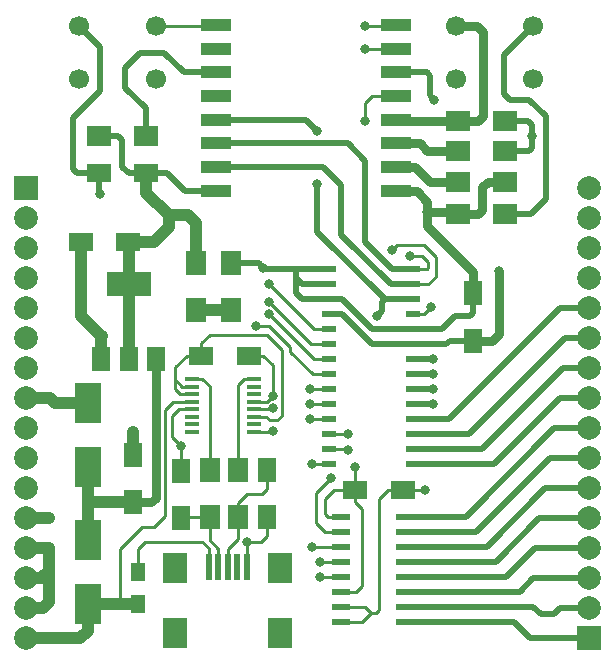
<source format=gtl>
G04 #@! TF.GenerationSoftware,KiCad,Pcbnew,(5.0.0)*
G04 #@! TF.CreationDate,2018-10-02T15:53:08+08:00*
G04 #@! TF.ProjectId,Clouduino Stratus v1.0,436C6F756475696E6F20537472617475,rev?*
G04 #@! TF.SameCoordinates,Original*
G04 #@! TF.FileFunction,Copper,L1,Top,Signal*
G04 #@! TF.FilePolarity,Positive*
%FSLAX46Y46*%
G04 Gerber Fmt 4.6, Leading zero omitted, Abs format (unit mm)*
G04 Created by KiCad (PCBNEW (5.0.0)) date 10/02/18 15:53:08*
%MOMM*%
%LPD*%
G01*
G04 APERTURE LIST*
G04 #@! TA.AperFunction,SMDPad,CuDef*
%ADD10R,2.500000X1.000000*%
G04 #@! TD*
G04 #@! TA.AperFunction,SMDPad,CuDef*
%ADD11R,1.500000X0.600000*%
G04 #@! TD*
G04 #@! TA.AperFunction,SMDPad,CuDef*
%ADD12R,1.600000X2.000000*%
G04 #@! TD*
G04 #@! TA.AperFunction,SMDPad,CuDef*
%ADD13R,2.000000X1.600000*%
G04 #@! TD*
G04 #@! TA.AperFunction,SMDPad,CuDef*
%ADD14R,2.300000X3.500000*%
G04 #@! TD*
G04 #@! TA.AperFunction,SMDPad,CuDef*
%ADD15R,1.700000X2.000000*%
G04 #@! TD*
G04 #@! TA.AperFunction,SMDPad,CuDef*
%ADD16R,2.000000X2.500000*%
G04 #@! TD*
G04 #@! TA.AperFunction,SMDPad,CuDef*
%ADD17R,0.500000X2.300000*%
G04 #@! TD*
G04 #@! TA.AperFunction,SMDPad,CuDef*
%ADD18R,1.300000X1.500000*%
G04 #@! TD*
G04 #@! TA.AperFunction,SMDPad,CuDef*
%ADD19R,2.000000X1.700000*%
G04 #@! TD*
G04 #@! TA.AperFunction,ComponentPad*
%ADD20C,1.700000*%
G04 #@! TD*
G04 #@! TA.AperFunction,SMDPad,CuDef*
%ADD21R,1.143000X0.508000*%
G04 #@! TD*
G04 #@! TA.AperFunction,SMDPad,CuDef*
%ADD22R,3.800000X2.000000*%
G04 #@! TD*
G04 #@! TA.AperFunction,SMDPad,CuDef*
%ADD23R,1.500000X2.000000*%
G04 #@! TD*
G04 #@! TA.AperFunction,SMDPad,CuDef*
%ADD24R,1.200000X0.400000*%
G04 #@! TD*
G04 #@! TA.AperFunction,ComponentPad*
%ADD25C,2.000000*%
G04 #@! TD*
G04 #@! TA.AperFunction,ComponentPad*
%ADD26R,2.000000X2.000000*%
G04 #@! TD*
G04 #@! TA.AperFunction,ViaPad*
%ADD27C,0.800000*%
G04 #@! TD*
G04 #@! TA.AperFunction,Conductor*
%ADD28C,0.250000*%
G04 #@! TD*
G04 #@! TA.AperFunction,Conductor*
%ADD29C,1.000000*%
G04 #@! TD*
G04 #@! TA.AperFunction,Conductor*
%ADD30C,0.750000*%
G04 #@! TD*
G04 #@! TA.AperFunction,Conductor*
%ADD31C,0.500000*%
G04 #@! TD*
G04 APERTURE END LIST*
D10*
G04 #@! TO.P,U3,22*
G04 #@! TO.N,ESP-TX*
X138305651Y-47787661D03*
G04 #@! TO.P,U3,21*
G04 #@! TO.N,ESP-RX*
X138305651Y-49787661D03*
G04 #@! TO.P,U3,20*
G04 #@! TO.N,ESP-GPIO5*
X138305651Y-51787661D03*
G04 #@! TO.P,U3,19*
G04 #@! TO.N,ESP-GPIO4*
X138305651Y-53787661D03*
G04 #@! TO.P,U3,18*
G04 #@! TO.N,Net-(R5-Pad2)*
X138305651Y-55787661D03*
G04 #@! TO.P,U3,17*
G04 #@! TO.N,Net-(R8-Pad2)*
X138305651Y-57787661D03*
G04 #@! TO.P,U3,16*
G04 #@! TO.N,Net-(R6-Pad1)*
X138305651Y-59787661D03*
G04 #@! TO.P,U3,15*
G04 #@! TO.N,GND*
X138305651Y-61787661D03*
G04 #@! TO.P,U3,8*
G04 #@! TO.N,VCC*
X123105651Y-61787661D03*
G04 #@! TO.P,U3,7*
G04 #@! TO.N,ESP-GPIO13*
X123105651Y-59787661D03*
G04 #@! TO.P,U3,6*
G04 #@! TO.N,ESP-GPIO12*
X123105651Y-57787661D03*
G04 #@! TO.P,U3,5*
G04 #@! TO.N,ESP-GPIO14*
X123105651Y-55787661D03*
G04 #@! TO.P,U3,4*
G04 #@! TO.N,ESP-GPIO16*
X123105651Y-53787661D03*
G04 #@! TO.P,U3,3*
G04 #@! TO.N,Net-(R2-Pad2)*
X123105651Y-51787661D03*
G04 #@! TO.P,U3,2*
G04 #@! TO.N,Net-(U3-Pad2)*
X123105651Y-49787661D03*
G04 #@! TO.P,U3,1*
G04 #@! TO.N,Net-(SW1-Pad2)*
X123105651Y-47787661D03*
G04 #@! TD*
D11*
G04 #@! TO.P,U4,16*
G04 #@! TO.N,VCC*
X133698000Y-98298000D03*
G04 #@! TO.P,U4,15*
X133698000Y-97028000D03*
G04 #@! TO.P,U4,14*
G04 #@! TO.N,GND*
X133698000Y-95758000D03*
G04 #@! TO.P,U4,13*
G04 #@! TO.N,ESP-GPIO14*
X133698000Y-94488000D03*
G04 #@! TO.P,U4,12*
G04 #@! TO.N,ESP-GPIO12*
X133698000Y-93218000D03*
G04 #@! TO.P,U4,11*
G04 #@! TO.N,ESP-GPIO13*
X133698000Y-91948000D03*
G04 #@! TO.P,U4,10*
G04 #@! TO.N,ESP-GPIO4*
X133698000Y-90678000D03*
G04 #@! TO.P,U4,9*
G04 #@! TO.N,GND*
X133698000Y-89408000D03*
G04 #@! TO.P,U4,8*
G04 #@! TO.N,ADC-CH7*
X139098000Y-89408000D03*
G04 #@! TO.P,U4,7*
G04 #@! TO.N,ADC-CH6*
X139098000Y-90678000D03*
G04 #@! TO.P,U4,6*
G04 #@! TO.N,ADC-CH5*
X139098000Y-91948000D03*
G04 #@! TO.P,U4,5*
G04 #@! TO.N,ADC-CH4*
X139098000Y-93218000D03*
G04 #@! TO.P,U4,4*
G04 #@! TO.N,ADC-CH3*
X139098000Y-94488000D03*
G04 #@! TO.P,U4,3*
G04 #@! TO.N,ADC-CH2*
X139098000Y-95758000D03*
G04 #@! TO.P,U4,2*
G04 #@! TO.N,ADC-CH1*
X139098000Y-97028000D03*
G04 #@! TO.P,U4,1*
G04 #@! TO.N,ADC-CH0*
X139098000Y-98298000D03*
G04 #@! TD*
D12*
G04 #@! TO.P,C1,2*
G04 #@! TO.N,GND*
X144907000Y-70485000D03*
G04 #@! TO.P,C1,1*
G04 #@! TO.N,VCC*
X144907000Y-74485000D03*
G04 #@! TD*
G04 #@! TO.P,C2,1*
G04 #@! TO.N,Net-(C2-Pad1)*
X116092346Y-88188894D03*
G04 #@! TO.P,C2,2*
G04 #@! TO.N,GND*
X116092346Y-84188894D03*
G04 #@! TD*
D13*
G04 #@! TO.P,C3,2*
G04 #@! TO.N,GND*
X113221000Y-60325000D03*
G04 #@! TO.P,C3,1*
G04 #@! TO.N,VCC*
X117221000Y-60325000D03*
G04 #@! TD*
G04 #@! TO.P,C4,1*
G04 #@! TO.N,VCC*
X115679346Y-66122894D03*
G04 #@! TO.P,C4,2*
G04 #@! TO.N,GND*
X111679346Y-66122894D03*
G04 #@! TD*
D12*
G04 #@! TO.P,C5,2*
G04 #@! TO.N,GND*
X127395346Y-89458894D03*
G04 #@! TO.P,C5,1*
G04 #@! TO.N,Net-(C5-Pad1)*
X127395346Y-85458894D03*
G04 #@! TD*
G04 #@! TO.P,C6,1*
G04 #@! TO.N,Net-(C6-Pad1)*
X120156346Y-89490894D03*
G04 #@! TO.P,C6,2*
G04 #@! TO.N,GND*
X120156346Y-85490894D03*
G04 #@! TD*
D13*
G04 #@! TO.P,C7,2*
G04 #@! TO.N,GND*
X125871346Y-75774894D03*
G04 #@! TO.P,C7,1*
G04 #@! TO.N,IO_POWER*
X121871346Y-75774894D03*
G04 #@! TD*
G04 #@! TO.P,C8,1*
G04 #@! TO.N,VCC*
X138906000Y-87122000D03*
G04 #@! TO.P,C8,2*
G04 #@! TO.N,GND*
X134906000Y-87122000D03*
G04 #@! TD*
D14*
G04 #@! TO.P,D1,2*
G04 #@! TO.N,5V-USB*
X112282346Y-96762894D03*
G04 #@! TO.P,D1,1*
G04 #@! TO.N,Net-(C2-Pad1)*
X112282346Y-91362894D03*
G04 #@! TD*
G04 #@! TO.P,D2,2*
G04 #@! TO.N,VIN_Breakout*
X112282346Y-79772894D03*
G04 #@! TO.P,D2,1*
G04 #@! TO.N,Net-(C2-Pad1)*
X112282346Y-85172894D03*
G04 #@! TD*
D15*
G04 #@! TO.P,POWER,2*
G04 #@! TO.N,Net-(D3-Pad2)*
X124347346Y-71932894D03*
G04 #@! TO.P,POWER,1*
G04 #@! TO.N,GND*
X124347346Y-67932894D03*
G04 #@! TD*
D16*
G04 #@! TO.P,J1,6*
G04 #@! TO.N,Net-(J1-Pad6)*
X128543346Y-99275894D03*
X128543346Y-93775894D03*
X119643346Y-99275894D03*
X119643346Y-93775894D03*
D17*
G04 #@! TO.P,J1,5*
G04 #@! TO.N,GND*
X125693346Y-93675894D03*
G04 #@! TO.P,J1,4*
G04 #@! TO.N,Net-(J1-Pad4)*
X124893346Y-93675894D03*
G04 #@! TO.P,J1,3*
G04 #@! TO.N,Net-(C5-Pad1)*
X124093346Y-93675894D03*
G04 #@! TO.P,J1,2*
G04 #@! TO.N,Net-(C6-Pad1)*
X123293346Y-93675894D03*
G04 #@! TO.P,J1,1*
G04 #@! TO.N,Net-(J1-Pad1)*
X122493346Y-93675894D03*
G04 #@! TD*
D18*
G04 #@! TO.P,L1,2*
G04 #@! TO.N,Net-(J1-Pad1)*
X116473346Y-94109894D03*
G04 #@! TO.P,L1,1*
G04 #@! TO.N,5V-USB*
X116473346Y-96809894D03*
G04 #@! TD*
D15*
G04 #@! TO.P,R1,2*
G04 #@! TO.N,Net-(D3-Pad2)*
X121426346Y-71900894D03*
G04 #@! TO.P,R1,1*
G04 #@! TO.N,VCC*
X121426346Y-67900894D03*
G04 #@! TD*
D19*
G04 #@! TO.P,R2,1*
G04 #@! TO.N,VCC*
X113189000Y-57150000D03*
G04 #@! TO.P,R2,2*
G04 #@! TO.N,Net-(R2-Pad2)*
X117189000Y-57150000D03*
G04 #@! TD*
D15*
G04 #@! TO.P,R3,2*
G04 #@! TO.N,Net-(C5-Pad1)*
X124982346Y-89458894D03*
G04 #@! TO.P,R3,1*
G04 #@! TO.N,DATA+*
X124982346Y-85458894D03*
G04 #@! TD*
G04 #@! TO.P,R4,1*
G04 #@! TO.N,DATA-*
X122569346Y-85458894D03*
G04 #@! TO.P,R4,2*
G04 #@! TO.N,Net-(C6-Pad1)*
X122569346Y-89458894D03*
G04 #@! TD*
D19*
G04 #@! TO.P,R5,1*
G04 #@! TO.N,VCC*
X147564651Y-55859661D03*
G04 #@! TO.P,R5,2*
G04 #@! TO.N,Net-(R5-Pad2)*
X143564651Y-55859661D03*
G04 #@! TD*
G04 #@! TO.P,R6,2*
G04 #@! TO.N,GND*
X147564651Y-61066661D03*
G04 #@! TO.P,R6,1*
G04 #@! TO.N,Net-(R6-Pad1)*
X143564651Y-61066661D03*
G04 #@! TD*
G04 #@! TO.P,R7,2*
G04 #@! TO.N,Net-(R7-Pad2)*
X147564651Y-63733661D03*
G04 #@! TO.P,R7,1*
G04 #@! TO.N,GND*
X143564651Y-63733661D03*
G04 #@! TD*
D20*
G04 #@! TO.P,Reset,4*
G04 #@! TO.N,N/C*
X118005651Y-52358661D03*
G04 #@! TO.P,Reset,3*
X111505651Y-52358661D03*
G04 #@! TO.P,Reset,2*
G04 #@! TO.N,Net-(SW1-Pad2)*
X118005651Y-47858661D03*
G04 #@! TO.P,Reset,1*
G04 #@! TO.N,GND*
X111505651Y-47858661D03*
G04 #@! TD*
G04 #@! TO.P,Boot,1*
G04 #@! TO.N,Net-(R5-Pad2)*
X143405651Y-47858661D03*
G04 #@! TO.P,Boot,2*
G04 #@! TO.N,Net-(R7-Pad2)*
X149905651Y-47858661D03*
G04 #@! TO.P,Boot,3*
G04 #@! TO.N,N/C*
X143405651Y-52358661D03*
G04 #@! TO.P,Boot,4*
X149905651Y-52358661D03*
G04 #@! TD*
D21*
G04 #@! TO.P,U1,28*
G04 #@! TO.N,GPIO8*
X132715000Y-84963000D03*
G04 #@! TO.P,U1,27*
G04 #@! TO.N,GPIO7*
X132715000Y-83693000D03*
G04 #@! TO.P,U1,26*
G04 #@! TO.N,GPIO6*
X132715000Y-82423000D03*
G04 #@! TO.P,U1,25*
G04 #@! TO.N,GPIO5*
X132715000Y-81153000D03*
G04 #@! TO.P,U1,24*
G04 #@! TO.N,GPIO4*
X132715000Y-79883000D03*
G04 #@! TO.P,U1,23*
G04 #@! TO.N,GPIO3*
X132715000Y-78613000D03*
G04 #@! TO.P,U1,22*
G04 #@! TO.N,GPIO2*
X132715000Y-77343000D03*
G04 #@! TO.P,U1,21*
G04 #@! TO.N,GPIO1*
X132715000Y-76073000D03*
G04 #@! TO.P,U1,20*
G04 #@! TO.N,INTA_Breakout*
X132715000Y-74803000D03*
G04 #@! TO.P,U1,19*
G04 #@! TO.N,INTB_Breakout*
X132715000Y-73533000D03*
G04 #@! TO.P,U1,18*
G04 #@! TO.N,VCC*
X132715000Y-72263000D03*
G04 #@! TO.P,U1,17*
G04 #@! TO.N,GND*
X132715000Y-70993000D03*
G04 #@! TO.P,U1,16*
X132715000Y-69723000D03*
G04 #@! TO.P,U1,15*
X132715000Y-68453000D03*
G04 #@! TO.P,U1,14*
G04 #@! TO.N,ESP-GPIO12*
X139827000Y-68453000D03*
G04 #@! TO.P,U1,13*
G04 #@! TO.N,ESP-GPIO13*
X139827000Y-69723000D03*
G04 #@! TO.P,U1,12*
G04 #@! TO.N,ESP-GPIO14*
X139827000Y-70993000D03*
G04 #@! TO.P,U1,11*
G04 #@! TO.N,ESP-GPIO5*
X139827000Y-72263000D03*
G04 #@! TO.P,U1,10*
G04 #@! TO.N,GND*
X139827000Y-73533000D03*
G04 #@! TO.P,U1,9*
G04 #@! TO.N,VCC*
X139827000Y-74803000D03*
G04 #@! TO.P,U1,8*
G04 #@! TO.N,GPIO16*
X139827000Y-76073000D03*
G04 #@! TO.P,U1,7*
G04 #@! TO.N,GPIO15*
X139827000Y-77343000D03*
G04 #@! TO.P,U1,6*
G04 #@! TO.N,GPIO14*
X139827000Y-78613000D03*
G04 #@! TO.P,U1,5*
G04 #@! TO.N,GPIO13*
X139827000Y-79883000D03*
G04 #@! TO.P,U1,4*
G04 #@! TO.N,GPIO12*
X139827000Y-81153000D03*
G04 #@! TO.P,U1,3*
G04 #@! TO.N,GPIO11*
X139827000Y-82423000D03*
G04 #@! TO.P,U1,2*
G04 #@! TO.N,GPIO10*
X139827000Y-83693000D03*
G04 #@! TO.P,U1,1*
G04 #@! TO.N,GPIO9*
X139827000Y-84963000D03*
G04 #@! TD*
D22*
G04 #@! TO.P,U2,2*
G04 #@! TO.N,VCC*
X115711346Y-69703894D03*
D23*
X115711346Y-76003894D03*
G04 #@! TO.P,U2,3*
G04 #@! TO.N,Net-(C2-Pad1)*
X118011346Y-76003894D03*
G04 #@! TO.P,U2,1*
G04 #@! TO.N,GND*
X113411346Y-76003894D03*
G04 #@! TD*
D24*
G04 #@! TO.P,U5,16*
G04 #@! TO.N,Net-(U5-Pad16)*
X121112346Y-82188394D03*
G04 #@! TO.P,U5,15*
G04 #@! TO.N,Net-(U5-Pad15)*
X121112346Y-81553394D03*
G04 #@! TO.P,U5,14*
G04 #@! TO.N,Net-(U5-Pad14)*
X121112346Y-80918394D03*
G04 #@! TO.P,U5,13*
G04 #@! TO.N,GND*
X121112346Y-80283394D03*
G04 #@! TO.P,U5,12*
G04 #@! TO.N,5V-USB*
X121112346Y-79648394D03*
G04 #@! TO.P,U5,11*
G04 #@! TO.N,IO_POWER*
X121112346Y-79013394D03*
G04 #@! TO.P,U5,10*
X121112346Y-78378394D03*
G04 #@! TO.P,U5,9*
G04 #@! TO.N,DATA-*
X121112346Y-77743394D03*
G04 #@! TO.P,U5,8*
G04 #@! TO.N,DATA+*
X126312346Y-77743394D03*
G04 #@! TO.P,U5,7*
G04 #@! TO.N,Net-(U5-Pad7)*
X126312346Y-78378394D03*
G04 #@! TO.P,U5,6*
G04 #@! TO.N,Net-(U5-Pad6)*
X126312346Y-79013394D03*
G04 #@! TO.P,U5,5*
G04 #@! TO.N,GND*
X126312346Y-79648394D03*
G04 #@! TO.P,U5,4*
G04 #@! TO.N,ESP-TX*
X126312346Y-80283394D03*
G04 #@! TO.P,U5,3*
G04 #@! TO.N,IO_POWER*
X126312346Y-80918394D03*
G04 #@! TO.P,U5,2*
G04 #@! TO.N,Net-(U5-Pad2)*
X126312346Y-81553394D03*
G04 #@! TO.P,U5,1*
G04 #@! TO.N,ESP-RX*
X126312346Y-82188394D03*
G04 #@! TD*
D19*
G04 #@! TO.P,R8,2*
G04 #@! TO.N,Net-(R8-Pad2)*
X143564651Y-58399661D03*
G04 #@! TO.P,R8,1*
G04 #@! TO.N,VCC*
X147564651Y-58399661D03*
G04 #@! TD*
D25*
G04 #@! TO.P,J2,16*
G04 #@! TO.N,5V-USB*
X107061000Y-99695000D03*
G04 #@! TO.P,J2,15*
G04 #@! TO.N,VCC*
X107061000Y-97155000D03*
G04 #@! TO.P,J2,14*
X107061000Y-94615000D03*
G04 #@! TO.P,J2,13*
X107061000Y-92075000D03*
G04 #@! TO.P,J2,12*
G04 #@! TO.N,GND*
X107061000Y-89535000D03*
G04 #@! TO.P,J2,11*
G04 #@! TO.N,GPIO8*
X107061000Y-86995000D03*
G04 #@! TO.P,J2,10*
G04 #@! TO.N,GPIO7*
X107061000Y-84455000D03*
G04 #@! TO.P,J2,9*
G04 #@! TO.N,GPIO6*
X107061000Y-81915000D03*
G04 #@! TO.P,J2,8*
G04 #@! TO.N,VIN_Breakout*
X107061000Y-79375000D03*
G04 #@! TO.P,J2,7*
G04 #@! TO.N,GPIO5*
X107061000Y-76835000D03*
G04 #@! TO.P,J2,6*
G04 #@! TO.N,GPIO4*
X107061000Y-74295000D03*
G04 #@! TO.P,J2,5*
G04 #@! TO.N,GPIO3*
X107061000Y-71755000D03*
G04 #@! TO.P,J2,4*
G04 #@! TO.N,GPIO2*
X107061000Y-69215000D03*
G04 #@! TO.P,J2,3*
G04 #@! TO.N,GPIO1*
X107061000Y-66675000D03*
G04 #@! TO.P,J2,2*
G04 #@! TO.N,INTA_Breakout*
X107061000Y-64135000D03*
D26*
G04 #@! TO.P,J2,1*
G04 #@! TO.N,INTB_Breakout*
X107061000Y-61595000D03*
G04 #@! TD*
G04 #@! TO.P,J3,1*
G04 #@! TO.N,ADC-CH0*
X154686000Y-99695000D03*
D25*
G04 #@! TO.P,J3,2*
G04 #@! TO.N,ADC-CH1*
X154686000Y-97155000D03*
G04 #@! TO.P,J3,3*
G04 #@! TO.N,ADC-CH2*
X154686000Y-94615000D03*
G04 #@! TO.P,J3,4*
G04 #@! TO.N,ADC-CH3*
X154686000Y-92075000D03*
G04 #@! TO.P,J3,5*
G04 #@! TO.N,ADC-CH4*
X154686000Y-89535000D03*
G04 #@! TO.P,J3,6*
G04 #@! TO.N,ADC-CH5*
X154686000Y-86995000D03*
G04 #@! TO.P,J3,7*
G04 #@! TO.N,ADC-CH6*
X154686000Y-84455000D03*
G04 #@! TO.P,J3,8*
G04 #@! TO.N,ADC-CH7*
X154686000Y-81915000D03*
G04 #@! TO.P,J3,9*
G04 #@! TO.N,GPIO9*
X154686000Y-79375000D03*
G04 #@! TO.P,J3,10*
G04 #@! TO.N,GPIO10*
X154686000Y-76835000D03*
G04 #@! TO.P,J3,11*
G04 #@! TO.N,GPIO11*
X154686000Y-74295000D03*
G04 #@! TO.P,J3,12*
G04 #@! TO.N,GPIO12*
X154686000Y-71755000D03*
G04 #@! TO.P,J3,13*
G04 #@! TO.N,GPIO13*
X154686000Y-69215000D03*
G04 #@! TO.P,J3,14*
G04 #@! TO.N,GPIO14*
X154686000Y-66675000D03*
G04 #@! TO.P,J3,15*
G04 #@! TO.N,GPIO15*
X154686000Y-64135000D03*
G04 #@! TO.P,J3,16*
G04 #@! TO.N,GPIO16*
X154686000Y-61595000D03*
G04 #@! TD*
D27*
G04 #@! TO.N,GND*
X125744346Y-91522894D03*
X120156346Y-83394894D03*
X116092346Y-82251894D03*
X111679346Y-72377894D03*
X127903346Y-79203894D03*
X127127000Y-68326000D03*
X113284000Y-62103000D03*
X134874000Y-85217000D03*
X108940600Y-89535000D03*
X140992651Y-63606661D03*
G04 #@! TO.N,VCC*
X149882651Y-57129661D03*
X119126000Y-63881000D03*
X140843000Y-87122000D03*
X108955840Y-92075000D03*
X147066000Y-68580000D03*
G04 #@! TO.N,ESP-GPIO12*
X131953000Y-93218000D03*
X139573000Y-67310000D03*
G04 #@! TO.N,ESP-GPIO13*
X131228000Y-91948000D03*
X138049000Y-66802000D03*
G04 #@! TO.N,ESP-GPIO14*
X131699000Y-61214000D03*
X131699000Y-56769000D03*
X131953000Y-94488000D03*
X136779000Y-72390000D03*
G04 #@! TO.N,ESP-GPIO5*
X141351000Y-71628000D03*
X141605000Y-54102000D03*
G04 #@! TO.N,ESP-TX*
X127903953Y-80220675D03*
X135763000Y-47879000D03*
G04 #@! TO.N,ESP-RX*
X127903346Y-82124894D03*
X135763000Y-49784000D03*
G04 #@! TO.N,INTA_Breakout*
X127635000Y-71247000D03*
G04 #@! TO.N,INTB_Breakout*
X127635000Y-69723000D03*
G04 #@! TO.N,ESP-GPIO4*
X135763000Y-55880000D03*
X132842000Y-86106000D03*
G04 #@! TO.N,GPIO8*
X131267200Y-84937600D03*
G04 #@! TO.N,GPIO7*
X134264400Y-83718400D03*
G04 #@! TO.N,GPIO6*
X134264400Y-82397600D03*
G04 #@! TO.N,GPIO5*
X131064000Y-81127600D03*
G04 #@! TO.N,GPIO4*
X131064000Y-79883000D03*
G04 #@! TO.N,GPIO3*
X131064000Y-78613000D03*
G04 #@! TO.N,GPIO2*
X126492000Y-73271894D03*
G04 #@! TO.N,GPIO1*
X127630347Y-72267653D03*
G04 #@! TO.N,GPIO13*
X141478000Y-79883000D03*
G04 #@! TO.N,GPIO14*
X141478000Y-78613000D03*
G04 #@! TO.N,GPIO15*
X141478000Y-77343000D03*
G04 #@! TO.N,GPIO16*
X141478000Y-76073000D03*
G04 #@! TD*
D28*
G04 #@! TO.N,GND*
X125693346Y-93675894D02*
X125693346Y-91573894D01*
X125693346Y-91573894D02*
X125744346Y-91522894D01*
X126887346Y-91522894D02*
X125744346Y-91522894D01*
X127395346Y-89458894D02*
X127395346Y-91014894D01*
X127395346Y-91014894D02*
X126887346Y-91522894D01*
X120156346Y-85490894D02*
X120156346Y-83394894D01*
D29*
X116092346Y-84188894D02*
X116092346Y-82251894D01*
X113411346Y-76003894D02*
X113411346Y-74137894D01*
X113411346Y-74137894D02*
X113425346Y-74123894D01*
X111679346Y-66122894D02*
X111679346Y-72377894D01*
X113411346Y-74109894D02*
X111679346Y-72377894D01*
X113411346Y-74137894D02*
X113411346Y-74109894D01*
D28*
X126312346Y-79648394D02*
X127458846Y-79648394D01*
X127458846Y-79648394D02*
X127903346Y-79203894D01*
X127903346Y-78638209D02*
X127903346Y-79203894D01*
X127903346Y-76556894D02*
X127903346Y-78638209D01*
X127121346Y-75774894D02*
X127903346Y-76556894D01*
X125871346Y-75774894D02*
X127121346Y-75774894D01*
X121112346Y-80283394D02*
X119965846Y-80283394D01*
X119965846Y-80283394D02*
X119394346Y-80854894D01*
X119394346Y-82632894D02*
X120156346Y-83394894D01*
X119394346Y-80854894D02*
X119394346Y-82632894D01*
D30*
X139055651Y-61787661D02*
X139096651Y-61828661D01*
X138305651Y-61787661D02*
X139055651Y-61787661D01*
X139096651Y-61828661D02*
X140103651Y-61828661D01*
X140992651Y-62717661D02*
X140992651Y-63606661D01*
X140103651Y-61828661D02*
X140992651Y-62717661D01*
X143437651Y-63606661D02*
X143564651Y-63733661D01*
X140992651Y-63606661D02*
X143437651Y-63606661D01*
D31*
X113221000Y-60325000D02*
X113221000Y-62040000D01*
X113221000Y-62040000D02*
X113284000Y-62103000D01*
X111505651Y-47858661D02*
X113284000Y-49637010D01*
X113284000Y-49637010D02*
X113284000Y-53340000D01*
X111379000Y-60325000D02*
X113221000Y-60325000D01*
X110998000Y-59944000D02*
X111379000Y-60325000D01*
X113284000Y-53340000D02*
X110998000Y-55626000D01*
X110998000Y-55626000D02*
X110998000Y-59944000D01*
X127254000Y-68453000D02*
X127127000Y-68326000D01*
X126733894Y-67932894D02*
X127127000Y-68326000D01*
X124347346Y-67932894D02*
X126733894Y-67932894D01*
X129921000Y-68453000D02*
X129921000Y-69215000D01*
X129921000Y-68453000D02*
X127254000Y-68453000D01*
X132715000Y-68453000D02*
X129921000Y-68453000D01*
X130429000Y-69723000D02*
X132715000Y-69723000D01*
X129921000Y-69215000D02*
X130429000Y-69723000D01*
X129921000Y-69215000D02*
X129921000Y-70485000D01*
X130429000Y-70993000D02*
X132715000Y-70993000D01*
X129921000Y-70485000D02*
X130429000Y-70993000D01*
X138755500Y-73533000D02*
X139827000Y-73533000D01*
X136326500Y-73533000D02*
X138755500Y-73533000D01*
X133786500Y-70993000D02*
X136326500Y-73533000D01*
X132715000Y-70993000D02*
X133786500Y-70993000D01*
D28*
X133096000Y-87122000D02*
X134906000Y-87122000D01*
X132334000Y-87884000D02*
X133096000Y-87122000D01*
X132334000Y-89154000D02*
X132334000Y-87884000D01*
X133698000Y-89408000D02*
X132588000Y-89408000D01*
X132588000Y-89408000D02*
X132334000Y-89154000D01*
X134906000Y-87122000D02*
X134906000Y-85249000D01*
X134906000Y-85249000D02*
X134874000Y-85217000D01*
X134906000Y-88172000D02*
X135507000Y-88773000D01*
X134906000Y-87122000D02*
X134906000Y-88172000D01*
X135507000Y-94399000D02*
X135509000Y-94401000D01*
X135507000Y-88773000D02*
X135507000Y-94399000D01*
X135509000Y-94401000D02*
X135509000Y-95250000D01*
X135001000Y-95758000D02*
X133698000Y-95758000D01*
X135509000Y-95250000D02*
X135001000Y-95758000D01*
D31*
X139827000Y-73533000D02*
X142240000Y-73533000D01*
X142240000Y-73533000D02*
X143383000Y-72390000D01*
X143383000Y-72390000D02*
X144653000Y-72390000D01*
X144907000Y-72136000D02*
X144907000Y-70485000D01*
X144653000Y-72390000D02*
X144907000Y-72136000D01*
D30*
X140992651Y-64792651D02*
X140992651Y-63606661D01*
X144881600Y-68681600D02*
X140992651Y-64792651D01*
X144881600Y-70259600D02*
X144881600Y-68681600D01*
X144907000Y-70485000D02*
X144907000Y-70285000D01*
X144907000Y-70285000D02*
X144881600Y-70259600D01*
X145314651Y-63733661D02*
X143564651Y-63733661D01*
X147564651Y-61066661D02*
X147414651Y-61066661D01*
X147414651Y-61066661D02*
X147409590Y-61061600D01*
X147409590Y-61061600D02*
X146100800Y-61061600D01*
X146100800Y-61061600D02*
X145643600Y-61518800D01*
X145643600Y-61518800D02*
X145643600Y-63404712D01*
X145643600Y-63404712D02*
X145314651Y-63733661D01*
D29*
X108940600Y-89535000D02*
X107061000Y-89535000D01*
G04 #@! TO.N,VCC*
X115711346Y-76003894D02*
X115711346Y-69703894D01*
X115711346Y-66154894D02*
X115679346Y-66122894D01*
X115711346Y-69703894D02*
X115711346Y-66154894D01*
D31*
X149882651Y-56240661D02*
X149882651Y-57129661D01*
X147564651Y-55859661D02*
X149501651Y-55859661D01*
X149501651Y-55859661D02*
X149882651Y-56240661D01*
X149882651Y-58145661D02*
X149882651Y-57129661D01*
X147564651Y-58399661D02*
X149628651Y-58399661D01*
X149628651Y-58399661D02*
X149882651Y-58145661D01*
X114808000Y-57150000D02*
X113189000Y-57150000D01*
X115189000Y-57531000D02*
X114808000Y-57150000D01*
X115189000Y-59793000D02*
X115189000Y-57531000D01*
X117221000Y-60325000D02*
X115721000Y-60325000D01*
X115721000Y-60325000D02*
X115189000Y-59793000D01*
D29*
X115879346Y-66122894D02*
X115923452Y-66167000D01*
X115679346Y-66122894D02*
X115879346Y-66122894D01*
X119126000Y-63881000D02*
X119126000Y-64897000D01*
X117900106Y-66122894D02*
X115679346Y-66122894D01*
X119126000Y-64897000D02*
X117900106Y-66122894D01*
X121426346Y-64530346D02*
X121426346Y-67900894D01*
X119126000Y-63881000D02*
X120777000Y-63881000D01*
X120777000Y-63881000D02*
X121426346Y-64530346D01*
X117221000Y-61976000D02*
X117221000Y-60325000D01*
X119126000Y-63881000D02*
X117221000Y-61976000D01*
D31*
X117221000Y-60325000D02*
X118999000Y-60325000D01*
X120461661Y-61787661D02*
X123105651Y-61787661D01*
X118999000Y-60325000D02*
X120461661Y-61787661D01*
X138755500Y-74803000D02*
X139827000Y-74803000D01*
X136326500Y-74803000D02*
X138755500Y-74803000D01*
X133786500Y-72263000D02*
X136326500Y-74803000D01*
X132715000Y-72263000D02*
X133786500Y-72263000D01*
D28*
X138906000Y-87122000D02*
X140843000Y-87122000D01*
X135763000Y-97028000D02*
X133698000Y-97028000D01*
X136271000Y-97536000D02*
X135763000Y-97028000D01*
X135509000Y-98298000D02*
X133698000Y-98298000D01*
X136271000Y-97536000D02*
X135509000Y-98298000D01*
X137656000Y-87122000D02*
X138906000Y-87122000D01*
X136906000Y-87872000D02*
X137656000Y-87122000D01*
X136906000Y-97282000D02*
X136906000Y-87872000D01*
X136271000Y-97536000D02*
X136652000Y-97536000D01*
X136652000Y-97536000D02*
X136906000Y-97282000D01*
D31*
X142939000Y-74485000D02*
X144907000Y-74485000D01*
X139827000Y-74803000D02*
X142621000Y-74803000D01*
X142621000Y-74803000D02*
X142939000Y-74485000D01*
D30*
X146457000Y-74485000D02*
X146469200Y-74472800D01*
X144907000Y-74485000D02*
X146457000Y-74485000D01*
X146469200Y-74472800D02*
X146558000Y-74472800D01*
X146558000Y-74472800D02*
X147066000Y-73964800D01*
X147066000Y-73964800D02*
X147066000Y-68580000D01*
D29*
X107061000Y-92075000D02*
X108955840Y-92075000D01*
X108955840Y-92640685D02*
X108966000Y-92650845D01*
X108955840Y-92075000D02*
X108955840Y-92640685D01*
X108966000Y-92650845D02*
X108966000Y-93980000D01*
X108966000Y-93980000D02*
X108331000Y-94615000D01*
X108331000Y-94615000D02*
X107061000Y-94615000D01*
X108458000Y-97155000D02*
X107061000Y-97155000D01*
X108966000Y-93980000D02*
X108966000Y-96647000D01*
X108966000Y-96647000D02*
X108458000Y-97155000D01*
G04 #@! TO.N,Net-(C2-Pad1)*
X112314346Y-88188894D02*
X116092346Y-88188894D01*
X112282346Y-88220894D02*
X112314346Y-88188894D01*
X112282346Y-88220894D02*
X112282346Y-85172894D01*
X112282346Y-91362894D02*
X112282346Y-88220894D01*
D30*
X118011346Y-87819894D02*
X118011346Y-76003894D01*
X116092346Y-88188894D02*
X117642346Y-88188894D01*
X117642346Y-88188894D02*
X118011346Y-87819894D01*
D28*
G04 #@! TO.N,IO_POWER*
X120621346Y-75774894D02*
X119648346Y-76747894D01*
X121871346Y-75774894D02*
X120621346Y-75774894D01*
X120262346Y-78378394D02*
X121112346Y-78378394D01*
X119648346Y-77764394D02*
X120262346Y-78378394D01*
X119648346Y-76747894D02*
X119648346Y-77764394D01*
X120092846Y-79013394D02*
X121112346Y-79013394D01*
X119648346Y-76747894D02*
X119648346Y-78568894D01*
X119648346Y-78568894D02*
X120092846Y-79013394D01*
X121871346Y-74724894D02*
X121871346Y-75774894D01*
X127395346Y-73996894D02*
X122599346Y-73996894D01*
X126312346Y-80918394D02*
X127331846Y-80918394D01*
X127649346Y-81235894D02*
X128284346Y-81235894D01*
X122599346Y-73996894D02*
X121871346Y-74724894D01*
X128284346Y-81235894D02*
X128665346Y-80854894D01*
X128665346Y-80854894D02*
X128665346Y-75266894D01*
X127331846Y-80918394D02*
X127649346Y-81235894D01*
X128665346Y-75266894D02*
X127395346Y-73996894D01*
D29*
G04 #@! TO.N,5V-USB*
X112329346Y-96809894D02*
X112282346Y-96762894D01*
D28*
X114949346Y-92157894D02*
X114949346Y-96809894D01*
X117870346Y-90252894D02*
X116854346Y-90252894D01*
D29*
X114949346Y-96809894D02*
X112329346Y-96809894D01*
D28*
X116854346Y-90252894D02*
X114949346Y-92157894D01*
D29*
X116473346Y-96809894D02*
X114949346Y-96809894D01*
D28*
X121112346Y-79648394D02*
X119457846Y-79648394D01*
X119457846Y-79648394D02*
X118759346Y-80346894D01*
X118759346Y-80346894D02*
X118759346Y-89363894D01*
X118759346Y-89363894D02*
X117870346Y-90252894D01*
D29*
X111633000Y-99695000D02*
X107061000Y-99695000D01*
X112282346Y-96762894D02*
X112282346Y-99045654D01*
X112282346Y-99045654D02*
X111633000Y-99695000D01*
G04 #@! TO.N,VIN_Breakout*
X109093000Y-79375000D02*
X107061000Y-79375000D01*
X112282346Y-79772894D02*
X109490894Y-79772894D01*
X109490894Y-79772894D02*
X109093000Y-79375000D01*
G04 #@! TO.N,Net-(D3-Pad2)*
X124315346Y-71900894D02*
X124347346Y-71932894D01*
X121426346Y-71900894D02*
X124315346Y-71900894D01*
D28*
G04 #@! TO.N,Net-(J1-Pad1)*
X116473346Y-92157894D02*
X116473346Y-94109894D01*
X117108346Y-91522894D02*
X116473346Y-92157894D01*
X121934346Y-91522894D02*
X117108346Y-91522894D01*
X122493346Y-93675894D02*
X122493346Y-92081894D01*
X122493346Y-92081894D02*
X121934346Y-91522894D01*
D31*
G04 #@! TO.N,Net-(R2-Pad2)*
X117189000Y-54832000D02*
X117189000Y-57150000D01*
X120367661Y-51787661D02*
X118745000Y-50165000D01*
X123105651Y-51787661D02*
X120367661Y-51787661D01*
X118745000Y-50165000D02*
X116713000Y-50165000D01*
X116713000Y-50165000D02*
X115443000Y-51435000D01*
X115443000Y-51435000D02*
X115443000Y-53086000D01*
X115443000Y-53086000D02*
X117189000Y-54832000D01*
D28*
G04 #@! TO.N,DATA+*
X125462346Y-77743394D02*
X126312346Y-77743394D01*
X124982346Y-85458894D02*
X124982346Y-78223394D01*
X124982346Y-78223394D02*
X125462346Y-77743394D01*
G04 #@! TO.N,DATA-*
X121962346Y-77743394D02*
X121112346Y-77743394D01*
X122569346Y-85458894D02*
X122569346Y-78350394D01*
X122569346Y-78350394D02*
X121962346Y-77743394D01*
G04 #@! TO.N,Net-(SW1-Pad2)*
X123034651Y-47858661D02*
X123105651Y-47787661D01*
X118005651Y-47858661D02*
X123034651Y-47858661D01*
D31*
G04 #@! TO.N,ESP-GPIO12*
X134241661Y-57787661D02*
X123105651Y-57787661D01*
X135763000Y-59309000D02*
X134241661Y-57787661D01*
X135763000Y-66167000D02*
X135763000Y-59309000D01*
X139827000Y-68453000D02*
X138049000Y-68453000D01*
X138049000Y-68453000D02*
X135763000Y-66167000D01*
D28*
X133698000Y-93218000D02*
X131953000Y-93218000D01*
X140970000Y-68453000D02*
X139827000Y-68453000D01*
X141097000Y-68326000D02*
X140970000Y-68453000D01*
X141097000Y-67818000D02*
X141097000Y-68326000D01*
X139573000Y-67310000D02*
X140589000Y-67310000D01*
X140589000Y-67310000D02*
X141097000Y-67818000D01*
D31*
G04 #@! TO.N,ESP-GPIO13*
X133731000Y-61341000D02*
X132177661Y-59787661D01*
X133731000Y-65532000D02*
X133731000Y-61341000D01*
X139827000Y-69723000D02*
X137922000Y-69723000D01*
X137922000Y-69723000D02*
X133731000Y-65532000D01*
X132177661Y-59787661D02*
X130556000Y-59787661D01*
X130556000Y-59787661D02*
X123105651Y-59787661D01*
D28*
X133698000Y-91948000D02*
X131228000Y-91948000D01*
X138448999Y-66402001D02*
X140697001Y-66402001D01*
X138049000Y-66802000D02*
X138448999Y-66402001D01*
X140697001Y-66402001D02*
X141732000Y-67437000D01*
X141732000Y-67437000D02*
X141732000Y-69088000D01*
X141097000Y-69723000D02*
X139827000Y-69723000D01*
X141732000Y-69088000D02*
X141097000Y-69723000D01*
D31*
G04 #@! TO.N,ESP-GPIO14*
X139827000Y-70993000D02*
X137414000Y-70993000D01*
X137414000Y-70993000D02*
X131699000Y-65278000D01*
X131699000Y-65278000D02*
X131699000Y-61214000D01*
X130717661Y-55787661D02*
X123105651Y-55787661D01*
X131699000Y-56769000D02*
X130717661Y-55787661D01*
D28*
X133698000Y-94488000D02*
X131953000Y-94488000D01*
D31*
X137178999Y-71228001D02*
X137414000Y-70993000D01*
X137178999Y-71990001D02*
X137178999Y-71228001D01*
X136779000Y-72390000D02*
X137178999Y-71990001D01*
D28*
G04 #@! TO.N,ESP-GPIO5*
X139827000Y-72263000D02*
X140716000Y-72263000D01*
X140716000Y-72263000D02*
X141351000Y-71628000D01*
D31*
X141205001Y-53702001D02*
X141205001Y-52051001D01*
X141605000Y-54102000D02*
X141205001Y-53702001D01*
X140941661Y-51787661D02*
X138305651Y-51787661D01*
X141205001Y-52051001D02*
X140941661Y-51787661D01*
D28*
G04 #@! TO.N,ESP-TX*
X126312346Y-80283394D02*
X127841234Y-80283394D01*
X127841234Y-80283394D02*
X127903953Y-80220675D01*
X138214312Y-47879000D02*
X138305651Y-47787661D01*
X135763000Y-47879000D02*
X138214312Y-47879000D01*
G04 #@! TO.N,ESP-RX*
X126312346Y-82188394D02*
X127839846Y-82188394D01*
X127839846Y-82188394D02*
X127903346Y-82124894D01*
X138301990Y-49784000D02*
X138305651Y-49787661D01*
X135763000Y-49784000D02*
X138301990Y-49784000D01*
G04 #@! TO.N,INTA_Breakout*
X132715000Y-74803000D02*
X131893500Y-74803000D01*
X131893500Y-74803000D02*
X131191000Y-74803000D01*
X131191000Y-74803000D02*
X127635000Y-71247000D01*
G04 #@! TO.N,INTB_Breakout*
X132715000Y-73533000D02*
X131445000Y-73533000D01*
X131445000Y-73533000D02*
X127635000Y-69723000D01*
G04 #@! TO.N,ESP-GPIO4*
X136331339Y-53787661D02*
X138305651Y-53787661D01*
X135763000Y-55880000D02*
X135763000Y-54356000D01*
X135763000Y-54356000D02*
X136331339Y-53787661D01*
X132334000Y-90678000D02*
X133698000Y-90678000D01*
X131572000Y-89916000D02*
X132334000Y-90678000D01*
X132842000Y-86106000D02*
X131572000Y-87376000D01*
X131572000Y-87376000D02*
X131572000Y-89916000D01*
G04 #@! TO.N,Net-(C5-Pad1)*
X124093346Y-92157894D02*
X124093346Y-93675894D01*
X124093346Y-92157894D02*
X124982346Y-91268894D01*
X124982346Y-91268894D02*
X124982346Y-89458894D01*
X124982346Y-88208894D02*
X125713640Y-87477600D01*
X124982346Y-89458894D02*
X124982346Y-88208894D01*
X125713640Y-87477600D02*
X127000000Y-87477600D01*
X127395346Y-87082254D02*
X127395346Y-85458894D01*
X127000000Y-87477600D02*
X127395346Y-87082254D01*
G04 #@! TO.N,Net-(C6-Pad1)*
X123293346Y-92119894D02*
X123293346Y-93675894D01*
X122569346Y-89458894D02*
X122569346Y-91395894D01*
X122569346Y-91395894D02*
X123293346Y-92119894D01*
X120188346Y-89458894D02*
X120156346Y-89490894D01*
X122569346Y-89458894D02*
X120188346Y-89458894D01*
D30*
G04 #@! TO.N,Net-(R5-Pad2)*
X138377651Y-55859661D02*
X138305651Y-55787661D01*
X143564651Y-55859661D02*
X138377651Y-55859661D01*
X145183651Y-47858661D02*
X143405651Y-47858661D01*
X145691651Y-48366661D02*
X145183651Y-47858661D01*
X145691651Y-55482661D02*
X145691651Y-48366661D01*
X143564651Y-55859661D02*
X145314651Y-55859661D01*
X145314651Y-55859661D02*
X145691651Y-55482661D01*
G04 #@! TO.N,Net-(R6-Pad1)*
X139055651Y-59787661D02*
X139064651Y-59796661D01*
X138305651Y-59787661D02*
X139055651Y-59787661D01*
X139064651Y-59796661D02*
X139976651Y-59796661D01*
X141246651Y-61066661D02*
X143564651Y-61066661D01*
X139976651Y-59796661D02*
X141246651Y-61066661D01*
D31*
G04 #@! TO.N,Net-(R7-Pad2)*
X149905651Y-47858661D02*
X147469651Y-50294661D01*
X147469651Y-50294661D02*
X147469651Y-53573661D01*
X147469651Y-53573661D02*
X147977651Y-54081661D01*
X147977651Y-54081661D02*
X149628651Y-54081661D01*
X149628651Y-54081661D02*
X151025651Y-55478661D01*
X151025651Y-55478661D02*
X151025651Y-62463661D01*
X149755651Y-63733661D02*
X147564651Y-63733661D01*
X151025651Y-62463661D02*
X149755651Y-63733661D01*
D30*
G04 #@! TO.N,Net-(R8-Pad2)*
X138305651Y-57787661D02*
X140380651Y-57787661D01*
X140992651Y-58399661D02*
X143564651Y-58399661D01*
X140380651Y-57787661D02*
X140992651Y-58399661D01*
D28*
G04 #@! TO.N,GPIO8*
X132715000Y-84963000D02*
X131292600Y-84963000D01*
X131292600Y-84963000D02*
X131267200Y-84937600D01*
G04 #@! TO.N,GPIO7*
X132715000Y-83693000D02*
X134239000Y-83693000D01*
X134239000Y-83693000D02*
X134264400Y-83718400D01*
G04 #@! TO.N,GPIO6*
X132715000Y-82423000D02*
X134239000Y-82423000D01*
X134239000Y-82423000D02*
X134264400Y-82397600D01*
G04 #@! TO.N,GPIO5*
X132715000Y-81153000D02*
X131089400Y-81153000D01*
X131089400Y-81153000D02*
X131064000Y-81127600D01*
G04 #@! TO.N,GPIO4*
X132715000Y-79883000D02*
X131064000Y-79883000D01*
G04 #@! TO.N,GPIO3*
X132715000Y-78613000D02*
X131064000Y-78613000D01*
G04 #@! TO.N,GPIO2*
X132715000Y-77343000D02*
X131893500Y-77343000D01*
X131893500Y-77343000D02*
X131318000Y-77343000D01*
X131318000Y-77343000D02*
X129413000Y-75438000D01*
X129413000Y-75438000D02*
X129413000Y-75057000D01*
X129413000Y-75057000D02*
X127627894Y-73271894D01*
X127627894Y-73271894D02*
X126492000Y-73271894D01*
G04 #@! TO.N,GPIO1*
X132715000Y-76073000D02*
X131445000Y-76073000D01*
X131445000Y-76073000D02*
X127889000Y-72517000D01*
X127889000Y-72517000D02*
X127639653Y-72267653D01*
X127639653Y-72267653D02*
X127630347Y-72267653D01*
D31*
G04 #@! TO.N,ADC-CH0*
X149733000Y-99695000D02*
X154686000Y-99695000D01*
X139098000Y-98298000D02*
X148336000Y-98298000D01*
X148336000Y-98298000D02*
X149733000Y-99695000D01*
G04 #@! TO.N,ADC-CH1*
X152273000Y-97155000D02*
X154686000Y-97155000D01*
X151765000Y-97663000D02*
X152273000Y-97155000D01*
X150622000Y-97663000D02*
X151765000Y-97663000D01*
X139098000Y-97028000D02*
X149987000Y-97028000D01*
X149987000Y-97028000D02*
X150622000Y-97663000D01*
G04 #@! TO.N,ADC-CH2*
X149987000Y-94615000D02*
X154686000Y-94615000D01*
X139098000Y-95758000D02*
X148844000Y-95758000D01*
X148844000Y-95758000D02*
X149987000Y-94615000D01*
G04 #@! TO.N,ADC-CH3*
X139098000Y-94488000D02*
X147701000Y-94488000D01*
X150114000Y-92075000D02*
X154686000Y-92075000D01*
X147701000Y-94488000D02*
X150114000Y-92075000D01*
G04 #@! TO.N,ADC-CH4*
X139098000Y-93218000D02*
X146812000Y-93218000D01*
X150495000Y-89535000D02*
X154686000Y-89535000D01*
X146812000Y-93218000D02*
X150495000Y-89535000D01*
G04 #@! TO.N,ADC-CH5*
X139098000Y-91948000D02*
X146050000Y-91948000D01*
X151003000Y-86995000D02*
X154686000Y-86995000D01*
X146050000Y-91948000D02*
X151003000Y-86995000D01*
G04 #@! TO.N,ADC-CH6*
X139098000Y-90678000D02*
X145161000Y-90678000D01*
X151384000Y-84455000D02*
X154686000Y-84455000D01*
X145161000Y-90678000D02*
X151384000Y-84455000D01*
G04 #@! TO.N,ADC-CH7*
X151765000Y-81915000D02*
X154686000Y-81915000D01*
X139098000Y-89408000D02*
X144272000Y-89408000D01*
X144272000Y-89408000D02*
X151765000Y-81915000D01*
G04 #@! TO.N,GPIO9*
X152273000Y-79375000D02*
X154686000Y-79375000D01*
X139827000Y-84963000D02*
X146685000Y-84963000D01*
X146685000Y-84963000D02*
X152273000Y-79375000D01*
G04 #@! TO.N,GPIO10*
X152527000Y-76835000D02*
X154686000Y-76835000D01*
X139827000Y-83693000D02*
X145669000Y-83693000D01*
X145669000Y-83693000D02*
X152527000Y-76835000D01*
G04 #@! TO.N,GPIO11*
X139827000Y-82423000D02*
X144526000Y-82423000D01*
X152654000Y-74295000D02*
X154686000Y-74295000D01*
X144526000Y-82423000D02*
X152654000Y-74295000D01*
G04 #@! TO.N,GPIO12*
X152273000Y-71755000D02*
X154686000Y-71755000D01*
X139827000Y-81153000D02*
X142875000Y-81153000D01*
X142875000Y-81153000D02*
X152273000Y-71755000D01*
G04 #@! TO.N,GPIO13*
X139827000Y-79883000D02*
X141478000Y-79883000D01*
G04 #@! TO.N,GPIO14*
X139827000Y-78613000D02*
X141478000Y-78613000D01*
G04 #@! TO.N,GPIO15*
X139827000Y-77343000D02*
X141478000Y-77343000D01*
G04 #@! TO.N,GPIO16*
X139827000Y-76073000D02*
X141478000Y-76073000D01*
G04 #@! TD*
M02*

</source>
